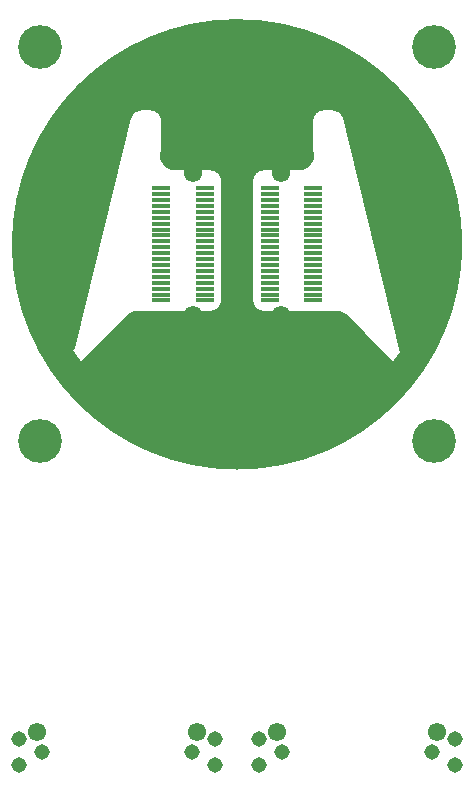
<source format=gbr>
G04 #@! TF.GenerationSoftware,KiCad,Pcbnew,7.0.10*
G04 #@! TF.CreationDate,2024-07-19T13:30:29-04:00*
G04 #@! TF.ProjectId,CanDoIt-v1,43616e44-6f49-4742-9d76-312e6b696361,rev?*
G04 #@! TF.SameCoordinates,Original*
G04 #@! TF.FileFunction,Soldermask,Top*
G04 #@! TF.FilePolarity,Negative*
%FSLAX46Y46*%
G04 Gerber Fmt 4.6, Leading zero omitted, Abs format (unit mm)*
G04 Created by KiCad (PCBNEW 7.0.10) date 2024-07-19 13:30:29*
%MOMM*%
%LPD*%
G01*
G04 APERTURE LIST*
G04 Aperture macros list*
%AMRoundRect*
0 Rectangle with rounded corners*
0 $1 Rounding radius*
0 $2 $3 $4 $5 $6 $7 $8 $9 X,Y pos of 4 corners*
0 Add a 4 corners polygon primitive as box body*
4,1,4,$2,$3,$4,$5,$6,$7,$8,$9,$2,$3,0*
0 Add four circle primitives for the rounded corners*
1,1,$1+$1,$2,$3*
1,1,$1+$1,$4,$5*
1,1,$1+$1,$6,$7*
1,1,$1+$1,$8,$9*
0 Add four rect primitives between the rounded corners*
20,1,$1+$1,$2,$3,$4,$5,0*
20,1,$1+$1,$4,$5,$6,$7,0*
20,1,$1+$1,$6,$7,$8,$9,0*
20,1,$1+$1,$8,$9,$2,$3,0*%
G04 Aperture macros list end*
%ADD10C,2.540000*%
%ADD11C,0.150000*%
%ADD12C,0.100000*%
%ADD13C,3.700000*%
%ADD14C,1.550000*%
%ADD15RoundRect,0.050000X-0.750000X-0.150000X0.750000X-0.150000X0.750000X0.150000X-0.750000X0.150000X0*%
%ADD16C,1.600000*%
%ADD17RoundRect,0.050000X0.750000X0.150000X-0.750000X0.150000X-0.750000X-0.150000X0.750000X-0.150000X0*%
%ADD18C,1.308000*%
G04 APERTURE END LIST*
D10*
X17800000Y0D02*
G75*
G03*
X-17800000Y0I-17800000J0D01*
G01*
X-17800000Y0D02*
G75*
G03*
X17800000Y0I17800000J0D01*
G01*
D11*
X393829Y17795108D02*
X393829Y17795108D01*
G75*
G02*
X440701Y17794009I-29J-1000908D01*
G01*
X1227493Y17757090D01*
G75*
G02*
X1274262Y17753795I-46793J-997490D01*
G01*
X2058459Y17680038D01*
G75*
G02*
X2105023Y17674554I-94059J-999038D01*
G01*
X2884900Y17564121D01*
G75*
G02*
X2931155Y17556461I-140300J-990821D01*
G01*
X3704999Y17409594D01*
G75*
G02*
X3750845Y17399775I-185799J-979494D01*
G01*
X4516954Y17216797D01*
G75*
G02*
X4562288Y17204840I-233454J-976897D01*
G01*
X5318980Y16986154D01*
G75*
G02*
X5363705Y16972085I-278280J-962854D01*
G01*
X6109313Y16718172D01*
G75*
G02*
X6153328Y16702022I-322413J-946772D01*
G01*
X6886217Y16413439D01*
G75*
G02*
X6929426Y16395244I-364317J-925539D01*
G01*
X7647982Y16072628D01*
G75*
G02*
X7690293Y16052426I-409582J-912228D01*
G01*
X8392937Y15696484D01*
G75*
G02*
X8434253Y15674322I-450537J-889584D01*
G01*
X9119443Y15285835D01*
G75*
G02*
X9159676Y15261761I-492543J-868835D01*
G01*
X9825900Y14841586D01*
G75*
G02*
X9864961Y14815652I-532800J-844886D01*
G01*
X10510760Y14364710D01*
G75*
G02*
X10548560Y14336975I-572060J-819310D01*
G01*
X11172513Y13856260D01*
G75*
G02*
X11208973Y13826782I-609513J-791160D01*
G01*
X11809708Y13317349D01*
G75*
G02*
X11844746Y13286195I-645008J-760749D01*
G01*
X12420943Y12749163D01*
G75*
G02*
X12454482Y12716401I-683843J-733563D01*
G01*
X13004872Y12152954D01*
G75*
G02*
X13036839Y12118655I-714272J-697754D01*
G01*
X13560215Y11530027D01*
G75*
G02*
X13590538Y11494270I-751815J-668327D01*
G01*
X14085749Y10881758D01*
G75*
G02*
X14114364Y10844617I-778449J-629358D01*
G01*
X14580320Y10209567D01*
G75*
G02*
X14607163Y10171126I-805520J-591067D01*
G01*
X15042841Y9514932D01*
G75*
G02*
X15067852Y9475275I-835741J-554832D01*
G01*
X15472293Y8799382D01*
G75*
G02*
X15495417Y8758598I-859093J-513982D01*
G01*
X15867734Y8064490D01*
G75*
G02*
X15888921Y8022666I-880434J-472290D01*
G01*
X16228295Y7311868D01*
G75*
G02*
X16247498Y7269097I-903095J-431168D01*
G01*
X16553182Y6543176D01*
G75*
G02*
X16570359Y6499551I-925682J-389676D01*
G01*
X16841682Y5760099D01*
G75*
G02*
X16856796Y5715716I-936182J-343599D01*
G01*
X17093159Y4964360D01*
G75*
G02*
X17106176Y4919319I-952059J-299560D01*
G01*
X17307063Y4157709D01*
G75*
G02*
X17317955Y4112106I-964863J-254509D01*
G01*
X17482922Y3341918D01*
G75*
G02*
X17491664Y3295856I-981422J-210118D01*
G01*
X17620350Y2518781D01*
G75*
G02*
X17626924Y2472358I-983450J-162981D01*
G01*
X17719044Y1690107D01*
G75*
G02*
X17723434Y1643429I-998844J-117507D01*
G01*
X17778788Y857718D01*
G75*
G02*
X17780986Y810883I-995888J-70218D01*
G01*
X17799450Y23442D01*
G75*
G02*
X17799450Y-23442I-999050J-23442D01*
G01*
X17780986Y-810883D01*
G75*
G02*
X17778788Y-857718I-1005386J23683D01*
G01*
X17723434Y-1643429D01*
G75*
G02*
X17719044Y-1690106I-996134J70129D01*
G01*
X17626924Y-2472359D01*
G75*
G02*
X17620350Y-2518782I-997124J117559D01*
G01*
X17491664Y-3295856D01*
G75*
G02*
X17482922Y-3341918I-983164J162756D01*
G01*
X17317955Y-4112106D01*
G75*
G02*
X17307063Y-4157710I-982255J210506D01*
G01*
X17106176Y-4919319D01*
G75*
G02*
X17093159Y-4964360I-972776J256719D01*
G01*
X16856796Y-5715716D01*
G75*
G02*
X16841681Y-5760099I-952896J299716D01*
G01*
X16570359Y-6499551D01*
G75*
G02*
X16553182Y-6543176I-935259J343051D01*
G01*
X16247498Y-7269097D01*
G75*
G02*
X16228295Y-7311868I-922298J388397D01*
G01*
X15888921Y-8022666D01*
G75*
G02*
X15867734Y-8064490I-901621J430466D01*
G01*
X15495417Y-8758598D01*
G75*
G02*
X15472292Y-8799383I-882817J473598D01*
G01*
X15337762Y-9024207D01*
G75*
G02*
X14506910Y-9510362I-858262J513707D01*
G01*
X13970000Y-9525000D01*
X9075309Y10665600D01*
G75*
G03*
X8103459Y11430000I-971849J-235600D01*
G01*
X7350000Y11430000D01*
G75*
G03*
X6350000Y10430000I0J-1000000D01*
G01*
X6350000Y7350000D01*
G75*
G02*
X5350000Y6350000I-1000000J0D01*
G01*
X2270000Y6350000D01*
G75*
G03*
X1270000Y5350000I0J-1000000D01*
G01*
X1270000Y-4715000D01*
G75*
G03*
X2270000Y-5715000I1000000J0D01*
G01*
X8475786Y-5715000D01*
G75*
G02*
X9182893Y-6007893I14J-1000000D01*
G01*
X13112695Y-9937695D01*
G75*
G02*
X13390106Y-10469520I-707095J-707105D01*
G01*
X13490804Y-11035119D01*
G75*
G02*
X13253599Y-11874871I-984504J-175281D01*
G01*
X13036839Y-12118655D01*
G75*
G02*
X13004873Y-12152953I-746239J663455D01*
G01*
X12454481Y-12716402D01*
G75*
G02*
X12420942Y-12749164I-710181J693502D01*
G01*
X11844746Y-13286195D01*
G75*
G02*
X11809708Y-13317349I-683446J733395D01*
G01*
X11208973Y-13826782D01*
G75*
G02*
X11172514Y-13856259I-644273J759682D01*
G01*
X10548560Y-14336975D01*
G75*
G02*
X10510760Y-14364711I-607260J787975D01*
G01*
X9864961Y-14815652D01*
G75*
G02*
X9825900Y-14841586I-574661J823252D01*
G01*
X9159675Y-15261761D01*
G75*
G02*
X9119443Y-15285835I-530675J841261D01*
G01*
X8434253Y-15674322D01*
G75*
G02*
X8392937Y-15696484I-495753J874622D01*
G01*
X7690294Y-16052426D01*
G75*
G02*
X7647982Y-16072628I-453594J895726D01*
G01*
X6929426Y-16395244D01*
G75*
G02*
X6886218Y-16413439I-410926J915444D01*
G01*
X6153328Y-16702022D01*
G75*
G02*
X6109312Y-16718172I-365028J926922D01*
G01*
X5363705Y-16972085D01*
G75*
G02*
X5318980Y-16986154I-322005J945485D01*
G01*
X4562288Y-17204840D01*
G75*
G02*
X4516954Y-17216797I-276988J958140D01*
G01*
X3750845Y-17399775D01*
G75*
G02*
X3704999Y-17409594I-232545J973875D01*
G01*
X2931155Y-17556461D01*
G75*
G02*
X2884900Y-17564121I-187155J986661D01*
G01*
X2105023Y-17674554D01*
G75*
G02*
X2058459Y-17680038I-139823J986354D01*
G01*
X1274262Y-17753795D01*
G75*
G02*
X1227493Y-17757090I-93562J994195D01*
G01*
X440701Y-17794009D01*
G75*
G02*
X393829Y-17795108I-46901J999809D01*
G01*
X-393829Y-17795108D01*
G75*
G02*
X-440701Y-17794009I19J1000898D01*
G01*
X-1227493Y-17757090D01*
G75*
G02*
X-1274262Y-17753795I46778J997526D01*
G01*
X-2058459Y-17680038D01*
G75*
G02*
X-2105023Y-17674554I93631J995438D01*
G01*
X-2884900Y-17564121D01*
G75*
G02*
X-2931155Y-17556461I140316J990783D01*
G01*
X-3704999Y-17409594D01*
G75*
G02*
X-3750845Y-17399775I186702J983670D01*
G01*
X-4516954Y-17216797D01*
G75*
G02*
X-4562288Y-17204840I232511J973465D01*
G01*
X-5318980Y-16986154D01*
G75*
G02*
X-5363705Y-16972085I277257J959516D01*
G01*
X-6109312Y-16718172D01*
G75*
G02*
X-6153328Y-16702022I322208J946217D01*
G01*
X-6886217Y-16413439D01*
G75*
G02*
X-6929426Y-16395244I366144J929912D01*
G01*
X-7647982Y-16072628D01*
G75*
G02*
X-7690293Y-16052426I409555J912180D01*
G01*
X-8392937Y-15696484D01*
G75*
G02*
X-8434253Y-15674322I452079J892392D01*
G01*
X-9119443Y-15285835D01*
G75*
G02*
X-9159676Y-15261761I492552J868821D01*
G01*
X-9825900Y-14841586D01*
G75*
G02*
X-9864961Y-14815652I532835J844924D01*
G01*
X-10510760Y-14364710D01*
G75*
G02*
X-10548560Y-14336975I572048J819269D01*
G01*
X-11172513Y-13856260D01*
G75*
G02*
X-11208973Y-13826782I609496J791145D01*
G01*
X-11809708Y-13317349D01*
G75*
G02*
X-11844746Y-13286195I646818J762737D01*
G01*
X-12420943Y-12749163D01*
G75*
G02*
X-12454482Y-12716401I682006J731729D01*
G01*
X-13004872Y-12152954D01*
G75*
G02*
X-13036839Y-12118655I716195J699547D01*
G01*
X-13253599Y-11874871D01*
G75*
G02*
X-13490804Y-11035119I747311J664471D01*
G01*
X-13390106Y-10469520D01*
G75*
G02*
X-13112695Y-9937695I984530J-175287D01*
G01*
X-9182893Y-6007893D01*
G75*
G02*
X-8475786Y-5715000I707104J-707101D01*
G01*
X-2270000Y-5715000D01*
G75*
G03*
X-1270000Y-4715000I1J999999D01*
G01*
X-1270000Y5350000D01*
G75*
G03*
X-2270000Y6350000I-999999J1D01*
G01*
X-5350000Y6350000D01*
G75*
G02*
X-6350000Y7350000I-1J999999D01*
G01*
X-6350000Y10430000D01*
G75*
G03*
X-7350000Y11430000I-999999J1D01*
G01*
X-8103459Y11430000D01*
G75*
G03*
X-9075309Y10665600I2J-1000002D01*
G01*
X-13779437Y-8738928D01*
G75*
G02*
X-14778540Y-9502956I-971851J235601D01*
G01*
X-15055811Y-9495397D01*
X-15472292Y-8799383D01*
G75*
G02*
X-15495417Y-8758598I856950J512837D01*
G01*
X-15867734Y-8064490D01*
G75*
G02*
X-15888922Y-8022665I881232J472700D01*
G01*
X-16228295Y-7311868D01*
G75*
G02*
X-16247498Y-7269097I903083J431156D01*
G01*
X-16553182Y-6543176D01*
G75*
G02*
X-16570359Y-6499551I919350J387181D01*
G01*
X-16841681Y-5760099D01*
G75*
G02*
X-16856796Y-5715716I937777J344133D01*
G01*
X-17093159Y-4964360D01*
G75*
G02*
X-17106176Y-4919319I952042J299545D01*
G01*
X-17307063Y-4157709D01*
G75*
G02*
X-17317955Y-4112106I968255J255364D01*
G01*
X-17482922Y-3341918D01*
G75*
G02*
X-17491664Y-3295856I977928J209459D01*
G01*
X-17620350Y-2518781D01*
G75*
G02*
X-17626924Y-2472358I986979J163444D01*
G01*
X-17719044Y-1690107D01*
G75*
G02*
X-17723434Y-1643429I995193J117142D01*
G01*
X-17778788Y-857718D01*
G75*
G02*
X-17780986Y-810883I995886J70207D01*
G01*
X-17799450Y-23442D01*
G75*
G02*
X-17799450Y23442I999003J23442D01*
G01*
X-17780986Y810883D01*
G75*
G02*
X-17778788Y857718I1001716J-23542D01*
G01*
X-17723434Y1643429D01*
G75*
G02*
X-17719044Y1690106I996101J-70139D01*
G01*
X-17626924Y2472359D01*
G75*
G02*
X-17620350Y2518782I993553J-117021D01*
G01*
X-17491664Y3295856D01*
G75*
G02*
X-17482922Y3341918I986670J-163397D01*
G01*
X-17317955Y4112106D01*
G75*
G02*
X-17307063Y4157710I978777J-209667D01*
G01*
X-17106176Y4919319D01*
G75*
G02*
X-17093159Y4964360I968416J-255474D01*
G01*
X-16856796Y5715716D01*
G75*
G02*
X-16841681Y5760099I956156J-300862D01*
G01*
X-16570359Y6499551D01*
G75*
G02*
X-16553182Y6543176I936527J-343556D01*
G01*
X-16247498Y7269097D01*
G75*
G02*
X-16228295Y7311868I922286J-388385D01*
G01*
X-15888921Y8022666D01*
G75*
G02*
X-15867734Y8064490I901659J-430480D01*
G01*
X-15495417Y8758598D01*
G75*
G02*
X-15472293Y8799382I882185J-473240D01*
G01*
X-15067852Y9475275D01*
G75*
G02*
X-15042841Y9514932I858135J-513495D01*
G01*
X-14607163Y10171126D01*
G75*
G02*
X-14580320Y10209567I832378J-552650D01*
G01*
X-14114364Y10844617D01*
G75*
G02*
X-14085749Y10881758I807114J-592241D01*
G01*
X-13590538Y11494270D01*
G75*
G02*
X-13560215Y11530028I777350J-628461D01*
G01*
X-13036839Y12118655D01*
G75*
G02*
X-13004872Y12152954I746215J-663433D01*
G01*
X-12454481Y12716402D01*
G75*
G02*
X-12420942Y12749164I713771J-697151D01*
G01*
X-11844746Y13286195D01*
G75*
G02*
X-11809708Y13317349I681856J-731583D01*
G01*
X-11208973Y13826782D01*
G75*
G02*
X-11172513Y13856260I645956J-761667D01*
G01*
X-10548560Y14336975D01*
G75*
G02*
X-10510760Y14364710I609848J-791534D01*
G01*
X-9864961Y14815652D01*
G75*
G02*
X-9825900Y14841586I573009J-820666D01*
G01*
X-9159675Y15261761D01*
G75*
G02*
X-9119443Y15285835I533254J-845510D01*
G01*
X-8434253Y15674322D01*
G75*
G02*
X-8392937Y15696484I493395J-870230D01*
G01*
X-7690294Y16052426D01*
G75*
G02*
X-7647982Y16072628I452213J-892725D01*
G01*
X-6929426Y16395244D01*
G75*
G02*
X-6886217Y16413439I409353J-911717D01*
G01*
X-6153328Y16702022D01*
G75*
G02*
X-6109313Y16718172I366432J-930615D01*
G01*
X-5363705Y16972085D01*
G75*
G02*
X-5318980Y16986154I323024J-948761D01*
G01*
X-4562288Y17204840D01*
G75*
G02*
X-4516954Y17216797I277845J-961508D01*
G01*
X-3750845Y17399775D01*
G75*
G02*
X-3704999Y17409594I232548J-973851D01*
G01*
X-2931155Y17556461D01*
G75*
G02*
X-2884900Y17564121I186571J-983123D01*
G01*
X-2105022Y17674554D01*
G75*
G02*
X-2058458Y17680038I140195J-989954D01*
G01*
X-1274262Y17753795D01*
G75*
G02*
X-1227493Y17757090I93547J-994231D01*
G01*
X-440701Y17794009D01*
G75*
G02*
X-393829Y17795108I46891J-999799D01*
G01*
X393829Y17795108D01*
G36*
X393829Y17795108D02*
G01*
X393829Y17795108D01*
G75*
G02*
X440701Y17794009I-29J-1000908D01*
G01*
X1227493Y17757090D01*
G75*
G02*
X1274262Y17753795I-46793J-997490D01*
G01*
X2058459Y17680038D01*
G75*
G02*
X2105023Y17674554I-94059J-999038D01*
G01*
X2884900Y17564121D01*
G75*
G02*
X2931155Y17556461I-140300J-990821D01*
G01*
X3704999Y17409594D01*
G75*
G02*
X3750845Y17399775I-185799J-979494D01*
G01*
X4516954Y17216797D01*
G75*
G02*
X4562288Y17204840I-233454J-976897D01*
G01*
X5318980Y16986154D01*
G75*
G02*
X5363705Y16972085I-278280J-962854D01*
G01*
X6109313Y16718172D01*
G75*
G02*
X6153328Y16702022I-322413J-946772D01*
G01*
X6886217Y16413439D01*
G75*
G02*
X6929426Y16395244I-364317J-925539D01*
G01*
X7647982Y16072628D01*
G75*
G02*
X7690293Y16052426I-409582J-912228D01*
G01*
X8392937Y15696484D01*
G75*
G02*
X8434253Y15674322I-450537J-889584D01*
G01*
X9119443Y15285835D01*
G75*
G02*
X9159676Y15261761I-492543J-868835D01*
G01*
X9825900Y14841586D01*
G75*
G02*
X9864961Y14815652I-532800J-844886D01*
G01*
X10510760Y14364710D01*
G75*
G02*
X10548560Y14336975I-572060J-819310D01*
G01*
X11172513Y13856260D01*
G75*
G02*
X11208973Y13826782I-609513J-791160D01*
G01*
X11809708Y13317349D01*
G75*
G02*
X11844746Y13286195I-645008J-760749D01*
G01*
X12420943Y12749163D01*
G75*
G02*
X12454482Y12716401I-683843J-733563D01*
G01*
X13004872Y12152954D01*
G75*
G02*
X13036839Y12118655I-714272J-697754D01*
G01*
X13560215Y11530027D01*
G75*
G02*
X13590538Y11494270I-751815J-668327D01*
G01*
X14085749Y10881758D01*
G75*
G02*
X14114364Y10844617I-778449J-629358D01*
G01*
X14580320Y10209567D01*
G75*
G02*
X14607163Y10171126I-805520J-591067D01*
G01*
X15042841Y9514932D01*
G75*
G02*
X15067852Y9475275I-835741J-554832D01*
G01*
X15472293Y8799382D01*
G75*
G02*
X15495417Y8758598I-859093J-513982D01*
G01*
X15867734Y8064490D01*
G75*
G02*
X15888921Y8022666I-880434J-472290D01*
G01*
X16228295Y7311868D01*
G75*
G02*
X16247498Y7269097I-903095J-431168D01*
G01*
X16553182Y6543176D01*
G75*
G02*
X16570359Y6499551I-925682J-389676D01*
G01*
X16841682Y5760099D01*
G75*
G02*
X16856796Y5715716I-936182J-343599D01*
G01*
X17093159Y4964360D01*
G75*
G02*
X17106176Y4919319I-952059J-299560D01*
G01*
X17307063Y4157709D01*
G75*
G02*
X17317955Y4112106I-964863J-254509D01*
G01*
X17482922Y3341918D01*
G75*
G02*
X17491664Y3295856I-981422J-210118D01*
G01*
X17620350Y2518781D01*
G75*
G02*
X17626924Y2472358I-983450J-162981D01*
G01*
X17719044Y1690107D01*
G75*
G02*
X17723434Y1643429I-998844J-117507D01*
G01*
X17778788Y857718D01*
G75*
G02*
X17780986Y810883I-995888J-70218D01*
G01*
X17799450Y23442D01*
G75*
G02*
X17799450Y-23442I-999050J-23442D01*
G01*
X17780986Y-810883D01*
G75*
G02*
X17778788Y-857718I-1005386J23683D01*
G01*
X17723434Y-1643429D01*
G75*
G02*
X17719044Y-1690106I-996134J70129D01*
G01*
X17626924Y-2472359D01*
G75*
G02*
X17620350Y-2518782I-997124J117559D01*
G01*
X17491664Y-3295856D01*
G75*
G02*
X17482922Y-3341918I-983164J162756D01*
G01*
X17317955Y-4112106D01*
G75*
G02*
X17307063Y-4157710I-982255J210506D01*
G01*
X17106176Y-4919319D01*
G75*
G02*
X17093159Y-4964360I-972776J256719D01*
G01*
X16856796Y-5715716D01*
G75*
G02*
X16841681Y-5760099I-952896J299716D01*
G01*
X16570359Y-6499551D01*
G75*
G02*
X16553182Y-6543176I-935259J343051D01*
G01*
X16247498Y-7269097D01*
G75*
G02*
X16228295Y-7311868I-922298J388397D01*
G01*
X15888921Y-8022666D01*
G75*
G02*
X15867734Y-8064490I-901621J430466D01*
G01*
X15495417Y-8758598D01*
G75*
G02*
X15472292Y-8799383I-882817J473598D01*
G01*
X15337762Y-9024207D01*
G75*
G02*
X14506910Y-9510362I-858262J513707D01*
G01*
X13970000Y-9525000D01*
X9075309Y10665600D01*
G75*
G03*
X8103459Y11430000I-971849J-235600D01*
G01*
X7350000Y11430000D01*
G75*
G03*
X6350000Y10430000I0J-1000000D01*
G01*
X6350000Y7350000D01*
G75*
G02*
X5350000Y6350000I-1000000J0D01*
G01*
X2270000Y6350000D01*
G75*
G03*
X1270000Y5350000I0J-1000000D01*
G01*
X1270000Y-4715000D01*
G75*
G03*
X2270000Y-5715000I1000000J0D01*
G01*
X8475786Y-5715000D01*
G75*
G02*
X9182893Y-6007893I14J-1000000D01*
G01*
X13112695Y-9937695D01*
G75*
G02*
X13390106Y-10469520I-707095J-707105D01*
G01*
X13490804Y-11035119D01*
G75*
G02*
X13253599Y-11874871I-984504J-175281D01*
G01*
X13036839Y-12118655D01*
G75*
G02*
X13004873Y-12152953I-746239J663455D01*
G01*
X12454481Y-12716402D01*
G75*
G02*
X12420942Y-12749164I-710181J693502D01*
G01*
X11844746Y-13286195D01*
G75*
G02*
X11809708Y-13317349I-683446J733395D01*
G01*
X11208973Y-13826782D01*
G75*
G02*
X11172514Y-13856259I-644273J759682D01*
G01*
X10548560Y-14336975D01*
G75*
G02*
X10510760Y-14364711I-607260J787975D01*
G01*
X9864961Y-14815652D01*
G75*
G02*
X9825900Y-14841586I-574661J823252D01*
G01*
X9159675Y-15261761D01*
G75*
G02*
X9119443Y-15285835I-530675J841261D01*
G01*
X8434253Y-15674322D01*
G75*
G02*
X8392937Y-15696484I-495753J874622D01*
G01*
X7690294Y-16052426D01*
G75*
G02*
X7647982Y-16072628I-453594J895726D01*
G01*
X6929426Y-16395244D01*
G75*
G02*
X6886218Y-16413439I-410926J915444D01*
G01*
X6153328Y-16702022D01*
G75*
G02*
X6109312Y-16718172I-365028J926922D01*
G01*
X5363705Y-16972085D01*
G75*
G02*
X5318980Y-16986154I-322005J945485D01*
G01*
X4562288Y-17204840D01*
G75*
G02*
X4516954Y-17216797I-276988J958140D01*
G01*
X3750845Y-17399775D01*
G75*
G02*
X3704999Y-17409594I-232545J973875D01*
G01*
X2931155Y-17556461D01*
G75*
G02*
X2884900Y-17564121I-187155J986661D01*
G01*
X2105023Y-17674554D01*
G75*
G02*
X2058459Y-17680038I-139823J986354D01*
G01*
X1274262Y-17753795D01*
G75*
G02*
X1227493Y-17757090I-93562J994195D01*
G01*
X440701Y-17794009D01*
G75*
G02*
X393829Y-17795108I-46901J999809D01*
G01*
X-393829Y-17795108D01*
G75*
G02*
X-440701Y-17794009I19J1000898D01*
G01*
X-1227493Y-17757090D01*
G75*
G02*
X-1274262Y-17753795I46778J997526D01*
G01*
X-2058459Y-17680038D01*
G75*
G02*
X-2105023Y-17674554I93631J995438D01*
G01*
X-2884900Y-17564121D01*
G75*
G02*
X-2931155Y-17556461I140316J990783D01*
G01*
X-3704999Y-17409594D01*
G75*
G02*
X-3750845Y-17399775I186702J983670D01*
G01*
X-4516954Y-17216797D01*
G75*
G02*
X-4562288Y-17204840I232511J973465D01*
G01*
X-5318980Y-16986154D01*
G75*
G02*
X-5363705Y-16972085I277257J959516D01*
G01*
X-6109312Y-16718172D01*
G75*
G02*
X-6153328Y-16702022I322208J946217D01*
G01*
X-6886217Y-16413439D01*
G75*
G02*
X-6929426Y-16395244I366144J929912D01*
G01*
X-7647982Y-16072628D01*
G75*
G02*
X-7690293Y-16052426I409555J912180D01*
G01*
X-8392937Y-15696484D01*
G75*
G02*
X-8434253Y-15674322I452079J892392D01*
G01*
X-9119443Y-15285835D01*
G75*
G02*
X-9159676Y-15261761I492552J868821D01*
G01*
X-9825900Y-14841586D01*
G75*
G02*
X-9864961Y-14815652I532835J844924D01*
G01*
X-10510760Y-14364710D01*
G75*
G02*
X-10548560Y-14336975I572048J819269D01*
G01*
X-11172513Y-13856260D01*
G75*
G02*
X-11208973Y-13826782I609496J791145D01*
G01*
X-11809708Y-13317349D01*
G75*
G02*
X-11844746Y-13286195I646818J762737D01*
G01*
X-12420943Y-12749163D01*
G75*
G02*
X-12454482Y-12716401I682006J731729D01*
G01*
X-13004872Y-12152954D01*
G75*
G02*
X-13036839Y-12118655I716195J699547D01*
G01*
X-13253599Y-11874871D01*
G75*
G02*
X-13490804Y-11035119I747311J664471D01*
G01*
X-13390106Y-10469520D01*
G75*
G02*
X-13112695Y-9937695I984530J-175287D01*
G01*
X-9182893Y-6007893D01*
G75*
G02*
X-8475786Y-5715000I707104J-707101D01*
G01*
X-2270000Y-5715000D01*
G75*
G03*
X-1270000Y-4715000I1J999999D01*
G01*
X-1270000Y5350000D01*
G75*
G03*
X-2270000Y6350000I-999999J1D01*
G01*
X-5350000Y6350000D01*
G75*
G02*
X-6350000Y7350000I-1J999999D01*
G01*
X-6350000Y10430000D01*
G75*
G03*
X-7350000Y11430000I-999999J1D01*
G01*
X-8103459Y11430000D01*
G75*
G03*
X-9075309Y10665600I2J-1000002D01*
G01*
X-13779437Y-8738928D01*
G75*
G02*
X-14778540Y-9502956I-971851J235601D01*
G01*
X-15055811Y-9495397D01*
X-15472292Y-8799383D01*
G75*
G02*
X-15495417Y-8758598I856950J512837D01*
G01*
X-15867734Y-8064490D01*
G75*
G02*
X-15888922Y-8022665I881232J472700D01*
G01*
X-16228295Y-7311868D01*
G75*
G02*
X-16247498Y-7269097I903083J431156D01*
G01*
X-16553182Y-6543176D01*
G75*
G02*
X-16570359Y-6499551I919350J387181D01*
G01*
X-16841681Y-5760099D01*
G75*
G02*
X-16856796Y-5715716I937777J344133D01*
G01*
X-17093159Y-4964360D01*
G75*
G02*
X-17106176Y-4919319I952042J299545D01*
G01*
X-17307063Y-4157709D01*
G75*
G02*
X-17317955Y-4112106I968255J255364D01*
G01*
X-17482922Y-3341918D01*
G75*
G02*
X-17491664Y-3295856I977928J209459D01*
G01*
X-17620350Y-2518781D01*
G75*
G02*
X-17626924Y-2472358I986979J163444D01*
G01*
X-17719044Y-1690107D01*
G75*
G02*
X-17723434Y-1643429I995193J117142D01*
G01*
X-17778788Y-857718D01*
G75*
G02*
X-17780986Y-810883I995886J70207D01*
G01*
X-17799450Y-23442D01*
G75*
G02*
X-17799450Y23442I999003J23442D01*
G01*
X-17780986Y810883D01*
G75*
G02*
X-17778788Y857718I1001716J-23542D01*
G01*
X-17723434Y1643429D01*
G75*
G02*
X-17719044Y1690106I996101J-70139D01*
G01*
X-17626924Y2472359D01*
G75*
G02*
X-17620350Y2518782I993553J-117021D01*
G01*
X-17491664Y3295856D01*
G75*
G02*
X-17482922Y3341918I986670J-163397D01*
G01*
X-17317955Y4112106D01*
G75*
G02*
X-17307063Y4157710I978777J-209667D01*
G01*
X-17106176Y4919319D01*
G75*
G02*
X-17093159Y4964360I968416J-255474D01*
G01*
X-16856796Y5715716D01*
G75*
G02*
X-16841681Y5760099I956156J-300862D01*
G01*
X-16570359Y6499551D01*
G75*
G02*
X-16553182Y6543176I936527J-343556D01*
G01*
X-16247498Y7269097D01*
G75*
G02*
X-16228295Y7311868I922286J-388385D01*
G01*
X-15888921Y8022666D01*
G75*
G02*
X-15867734Y8064490I901659J-430480D01*
G01*
X-15495417Y8758598D01*
G75*
G02*
X-15472293Y8799382I882185J-473240D01*
G01*
X-15067852Y9475275D01*
G75*
G02*
X-15042841Y9514932I858135J-513495D01*
G01*
X-14607163Y10171126D01*
G75*
G02*
X-14580320Y10209567I832378J-552650D01*
G01*
X-14114364Y10844617D01*
G75*
G02*
X-14085749Y10881758I807114J-592241D01*
G01*
X-13590538Y11494270D01*
G75*
G02*
X-13560215Y11530028I777350J-628461D01*
G01*
X-13036839Y12118655D01*
G75*
G02*
X-13004872Y12152954I746215J-663433D01*
G01*
X-12454481Y12716402D01*
G75*
G02*
X-12420942Y12749164I713771J-697151D01*
G01*
X-11844746Y13286195D01*
G75*
G02*
X-11809708Y13317349I681856J-731583D01*
G01*
X-11208973Y13826782D01*
G75*
G02*
X-11172513Y13856260I645956J-761667D01*
G01*
X-10548560Y14336975D01*
G75*
G02*
X-10510760Y14364710I609848J-791534D01*
G01*
X-9864961Y14815652D01*
G75*
G02*
X-9825900Y14841586I573009J-820666D01*
G01*
X-9159675Y15261761D01*
G75*
G02*
X-9119443Y15285835I533254J-845510D01*
G01*
X-8434253Y15674322D01*
G75*
G02*
X-8392937Y15696484I493395J-870230D01*
G01*
X-7690294Y16052426D01*
G75*
G02*
X-7647982Y16072628I452213J-892725D01*
G01*
X-6929426Y16395244D01*
G75*
G02*
X-6886217Y16413439I409353J-911717D01*
G01*
X-6153328Y16702022D01*
G75*
G02*
X-6109313Y16718172I366432J-930615D01*
G01*
X-5363705Y16972085D01*
G75*
G02*
X-5318980Y16986154I323024J-948761D01*
G01*
X-4562288Y17204840D01*
G75*
G02*
X-4516954Y17216797I277845J-961508D01*
G01*
X-3750845Y17399775D01*
G75*
G02*
X-3704999Y17409594I232548J-973851D01*
G01*
X-2931155Y17556461D01*
G75*
G02*
X-2884900Y17564121I186571J-983123D01*
G01*
X-2105022Y17674554D01*
G75*
G02*
X-2058458Y17680038I140195J-989954D01*
G01*
X-1274262Y17753795D01*
G75*
G02*
X-1227493Y17757090I93547J-994231D01*
G01*
X-440701Y17794009D01*
G75*
G02*
X-393829Y17795108I46891J-999799D01*
G01*
X393829Y17795108D01*
G37*
D12*
X17800000Y0D02*
X17800000Y0D01*
D13*
X16668750Y16668750D03*
D14*
X3750000Y6000000D03*
X3750000Y-6000000D03*
D15*
X6450000Y-4750000D03*
X2750000Y-4750000D03*
X6450000Y-4250000D03*
X2750000Y-4250000D03*
X6450000Y-3750000D03*
X2750000Y-3750000D03*
X6450000Y-3250000D03*
X2750000Y-3250000D03*
X6450000Y-2750000D03*
X2750000Y-2750000D03*
X6450000Y-2250000D03*
X2750000Y-2250000D03*
X6450000Y-1750000D03*
X2750000Y-1750000D03*
X6450000Y-1250000D03*
X2750000Y-1250000D03*
X6450000Y-750000D03*
X2750000Y-750000D03*
X6450000Y-250000D03*
X2750000Y-250000D03*
X6450000Y250000D03*
X2750000Y250000D03*
X6450000Y750000D03*
X2750000Y750000D03*
X6450000Y1250000D03*
X2750000Y1250000D03*
X6450000Y1750000D03*
X2750000Y1750000D03*
X6450000Y2250000D03*
X2750000Y2250000D03*
X6450000Y2750000D03*
X2750000Y2750000D03*
X6450000Y3250000D03*
X2750000Y3250000D03*
X6450000Y3750000D03*
X2750000Y3750000D03*
X6450000Y4250000D03*
X2750000Y4250000D03*
X6450000Y4750000D03*
X2750000Y4750000D03*
D16*
X5750000Y7475000D03*
X5750000Y-7475000D03*
D13*
X16668750Y-16668750D03*
D14*
X-3750000Y-6000000D03*
X-3750000Y6000000D03*
D17*
X-6450000Y4750000D03*
X-2750000Y4750000D03*
X-6450000Y4250000D03*
X-2750000Y4250000D03*
X-6450000Y3750000D03*
X-2750000Y3750000D03*
X-6450000Y3250000D03*
X-2750000Y3250000D03*
X-6450000Y2750000D03*
X-2750000Y2750000D03*
X-6450000Y2250000D03*
X-2750000Y2250000D03*
X-6450000Y1750000D03*
X-2750000Y1750000D03*
X-6450000Y1250000D03*
X-2750000Y1250000D03*
X-6450000Y750000D03*
X-2750000Y750000D03*
X-6450000Y250000D03*
X-2750000Y250000D03*
X-6450000Y-250000D03*
X-2750000Y-250000D03*
X-6450000Y-750000D03*
X-2750000Y-750000D03*
X-6450000Y-1250000D03*
X-2750000Y-1250000D03*
X-6450000Y-1750000D03*
X-2750000Y-1750000D03*
X-6450000Y-2250000D03*
X-2750000Y-2250000D03*
X-6450000Y-2750000D03*
X-2750000Y-2750000D03*
X-6450000Y-3250000D03*
X-2750000Y-3250000D03*
X-6450000Y-3750000D03*
X-2750000Y-3750000D03*
X-6450000Y-4250000D03*
X-2750000Y-4250000D03*
X-6450000Y-4750000D03*
X-2750000Y-4750000D03*
D16*
X-5750000Y-7475000D03*
X-5750000Y7475000D03*
D13*
X-16668750Y-16668750D03*
X-16668750Y16668750D03*
D14*
X16910000Y-41320000D03*
X3410000Y-41320000D03*
D18*
X18460000Y-44120000D03*
X18460000Y-41870000D03*
X16485000Y-43000000D03*
X3835000Y-43000000D03*
X1860000Y-44120000D03*
X1860000Y-41870000D03*
D14*
X-3410000Y-41320000D03*
X-16910000Y-41320000D03*
D18*
X-1860000Y-44120000D03*
X-1860000Y-41870000D03*
X-3835000Y-43000000D03*
X-16485000Y-43000000D03*
X-18460000Y-44120000D03*
X-18460000Y-41870000D03*
M02*

</source>
